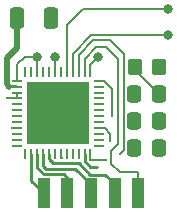
<source format=gtl>
G04 #@! TF.GenerationSoftware,KiCad,Pcbnew,8.0.1-8.0.1-1~ubuntu22.04.1*
G04 #@! TF.CreationDate,2024-05-09T18:35:13+02:00*
G04 #@! TF.ProjectId,FCK_SM-028_V1.3,46434b5f-534d-42d3-9032-385f56312e33,rev?*
G04 #@! TF.SameCoordinates,Original*
G04 #@! TF.FileFunction,Copper,L1,Top*
G04 #@! TF.FilePolarity,Positive*
%FSLAX46Y46*%
G04 Gerber Fmt 4.6, Leading zero omitted, Abs format (unit mm)*
G04 Created by KiCad (PCBNEW 8.0.1-8.0.1-1~ubuntu22.04.1) date 2024-05-09 18:35:13*
%MOMM*%
%LPD*%
G01*
G04 APERTURE LIST*
G04 Aperture macros list*
%AMRoundRect*
0 Rectangle with rounded corners*
0 $1 Rounding radius*
0 $2 $3 $4 $5 $6 $7 $8 $9 X,Y pos of 4 corners*
0 Add a 4 corners polygon primitive as box body*
4,1,4,$2,$3,$4,$5,$6,$7,$8,$9,$2,$3,0*
0 Add four circle primitives for the rounded corners*
1,1,$1+$1,$2,$3*
1,1,$1+$1,$4,$5*
1,1,$1+$1,$6,$7*
1,1,$1+$1,$8,$9*
0 Add four rect primitives between the rounded corners*
20,1,$1+$1,$2,$3,$4,$5,0*
20,1,$1+$1,$4,$5,$6,$7,0*
20,1,$1+$1,$6,$7,$8,$9,0*
20,1,$1+$1,$8,$9,$2,$3,0*%
G04 Aperture macros list end*
G04 #@! TA.AperFunction,SMDPad,CuDef*
%ADD10RoundRect,0.250000X-0.337500X-0.475000X0.337500X-0.475000X0.337500X0.475000X-0.337500X0.475000X0*%
G04 #@! TD*
G04 #@! TA.AperFunction,SMDPad,CuDef*
%ADD11RoundRect,0.062500X-0.337500X-0.062500X0.337500X-0.062500X0.337500X0.062500X-0.337500X0.062500X0*%
G04 #@! TD*
G04 #@! TA.AperFunction,SMDPad,CuDef*
%ADD12RoundRect,0.062500X-0.062500X-0.337500X0.062500X-0.337500X0.062500X0.337500X-0.062500X0.337500X0*%
G04 #@! TD*
G04 #@! TA.AperFunction,SMDPad,CuDef*
%ADD13R,5.300000X5.300000*%
G04 #@! TD*
G04 #@! TA.AperFunction,SMDPad,CuDef*
%ADD14R,1.000000X2.500000*%
G04 #@! TD*
G04 #@! TA.AperFunction,SMDPad,CuDef*
%ADD15RoundRect,0.250000X-0.350000X-0.450000X0.350000X-0.450000X0.350000X0.450000X-0.350000X0.450000X0*%
G04 #@! TD*
G04 #@! TA.AperFunction,SMDPad,CuDef*
%ADD16RoundRect,0.250000X0.350000X0.650000X-0.350000X0.650000X-0.350000X-0.650000X0.350000X-0.650000X0*%
G04 #@! TD*
G04 #@! TA.AperFunction,SMDPad,CuDef*
%ADD17RoundRect,0.250000X0.337500X0.475000X-0.337500X0.475000X-0.337500X-0.475000X0.337500X-0.475000X0*%
G04 #@! TD*
G04 #@! TA.AperFunction,ViaPad*
%ADD18C,0.250000*%
G04 #@! TD*
G04 #@! TA.AperFunction,ViaPad*
%ADD19C,0.800000*%
G04 #@! TD*
G04 #@! TA.AperFunction,Conductor*
%ADD20C,0.200000*%
G04 #@! TD*
G04 #@! TA.AperFunction,Conductor*
%ADD21C,0.250000*%
G04 #@! TD*
G04 #@! TA.AperFunction,Conductor*
%ADD22C,0.500000*%
G04 #@! TD*
G04 APERTURE END LIST*
D10*
X141052500Y-91650000D03*
X143127500Y-91650000D03*
X141052500Y-96240000D03*
X143127500Y-96240000D03*
D11*
X131150000Y-90530000D03*
X131150000Y-91030000D03*
X131150000Y-91530000D03*
X131150000Y-92030000D03*
X131150000Y-92530000D03*
X131150000Y-93030000D03*
X131150000Y-93530000D03*
X131150000Y-94030000D03*
X131150000Y-94530000D03*
X131150000Y-95030000D03*
X131150000Y-95530000D03*
X131150000Y-96030000D03*
D12*
X131850000Y-96730000D03*
X132350000Y-96730000D03*
X132850000Y-96730000D03*
X133350000Y-96730000D03*
X133850000Y-96730000D03*
X134350000Y-96730000D03*
X134850000Y-96730000D03*
X135350000Y-96730000D03*
X135850000Y-96730000D03*
X136350000Y-96730000D03*
X136850000Y-96730000D03*
X137350000Y-96730000D03*
D11*
X138050000Y-96030000D03*
X138050000Y-95530000D03*
X138050000Y-95030000D03*
X138050000Y-94530000D03*
X138050000Y-94030000D03*
X138050000Y-93530000D03*
X138050000Y-93030000D03*
X138050000Y-92530000D03*
X138050000Y-92030000D03*
X138050000Y-91530000D03*
X138050000Y-91030000D03*
X138050000Y-90530000D03*
D12*
X137350000Y-89830000D03*
X136850000Y-89830000D03*
X136350000Y-89830000D03*
X135850000Y-89830000D03*
X135350000Y-89830000D03*
X134850000Y-89830000D03*
X134350000Y-89830000D03*
X133850000Y-89830000D03*
X133350000Y-89830000D03*
X132850000Y-89830000D03*
X132350000Y-89830000D03*
X131850000Y-89830000D03*
D13*
X134600000Y-93280000D03*
D14*
X137400000Y-100050000D03*
X141400000Y-100050000D03*
X133400000Y-100050000D03*
X139400000Y-100050000D03*
D15*
X141120000Y-89410000D03*
X143120000Y-89410000D03*
D16*
X134050000Y-85250000D03*
X131150000Y-85250000D03*
D14*
X135400000Y-100050000D03*
D17*
X143127500Y-93940000D03*
X141052500Y-93940000D03*
D18*
X134900000Y-97100000D03*
X135500000Y-95280000D03*
X134600000Y-94280000D03*
X132700000Y-92380000D03*
X133600000Y-92380000D03*
X135500000Y-92380000D03*
X137900000Y-97810000D03*
X133600000Y-94280000D03*
X134600000Y-95280000D03*
X132700000Y-94280000D03*
X136400000Y-92380000D03*
X135500000Y-93280000D03*
X136400000Y-93280000D03*
X133600000Y-95280000D03*
X133600000Y-91380000D03*
X134600000Y-92380000D03*
X132700000Y-93280000D03*
X133600000Y-93280000D03*
X134600000Y-91380000D03*
X135500000Y-91380000D03*
X135500000Y-94280000D03*
X136400000Y-94280000D03*
D19*
X141052500Y-91650000D03*
D18*
X134600000Y-93280000D03*
X134600000Y-93280000D03*
D19*
X141052500Y-93940000D03*
X141052500Y-96240000D03*
D18*
X134600000Y-93280000D03*
X130700000Y-94530000D03*
D19*
X141120000Y-89410000D03*
D18*
X130250000Y-92030000D03*
D19*
X143120000Y-89410000D03*
X134350000Y-88490000D03*
X132840000Y-88490000D03*
X138020000Y-88490000D03*
X143127500Y-93940000D03*
X143127500Y-96240000D03*
X143910000Y-84490000D03*
X143940000Y-86680000D03*
D18*
X138640000Y-97240000D03*
X139040000Y-95660000D03*
X139160000Y-93500000D03*
X139820000Y-96760000D03*
D20*
X141120000Y-89410000D02*
X141120000Y-89642500D01*
X141120000Y-89642500D02*
X143127500Y-91650000D01*
X137350000Y-89160000D02*
X138020000Y-88490000D01*
X132850000Y-89830000D02*
X132850000Y-88500000D01*
X131150000Y-90530000D02*
X131150000Y-89150000D01*
X131810000Y-88490000D02*
X132840000Y-88490000D01*
X132850000Y-88500000D02*
X132840000Y-88490000D01*
X134350000Y-89830000D02*
X134350000Y-88490000D01*
X137350000Y-89830000D02*
X137350000Y-89160000D01*
X130250000Y-92030000D02*
X131150000Y-92030000D01*
X131150000Y-89150000D02*
X131810000Y-88490000D01*
X131150000Y-91530000D02*
X131150000Y-92030000D01*
X136690000Y-84490000D02*
X135350000Y-85830000D01*
X143910000Y-84490000D02*
X136690000Y-84490000D01*
X135350000Y-85830000D02*
X135350000Y-89830000D01*
X137434994Y-86680000D02*
X135850000Y-88264994D01*
X135850000Y-88264994D02*
X135850000Y-89830000D01*
X143940000Y-86680000D02*
X137434994Y-86680000D01*
D21*
X136850000Y-96730000D02*
X136850000Y-97350000D01*
X136850000Y-97350000D02*
X137300000Y-97800000D01*
X137300000Y-97800000D02*
X137890000Y-97800000D01*
X132350000Y-96730000D02*
X132350000Y-99000000D01*
X132350000Y-99000000D02*
X133400000Y-100050000D01*
X133390000Y-98430000D02*
X135090000Y-98430000D01*
X132850000Y-96730000D02*
X132850000Y-97890000D01*
X132850000Y-97890000D02*
X133390000Y-98430000D01*
X135090000Y-98430000D02*
X135400000Y-98740000D01*
X135400000Y-98740000D02*
X135400000Y-100050000D01*
D20*
X139820000Y-98260000D02*
X139110489Y-97550489D01*
X139689511Y-95885495D02*
X139689511Y-88689511D01*
X137860741Y-87660000D02*
X136850000Y-88670741D01*
X141400000Y-100050000D02*
X141400000Y-98260000D01*
X138660000Y-87660000D02*
X137860741Y-87660000D01*
X136850000Y-88670741D02*
X136850000Y-89830000D01*
X139110489Y-96464517D02*
X139689511Y-95885495D01*
X141400000Y-98260000D02*
X139820000Y-98260000D01*
X139689511Y-88689511D02*
X138660000Y-87660000D01*
X139110489Y-97550489D02*
X139110489Y-96464517D01*
D21*
X133350000Y-97730000D02*
X133350000Y-96730000D01*
X137400000Y-100050000D02*
X137400000Y-99300000D01*
X137400000Y-99300000D02*
X136080480Y-97980480D01*
X136080480Y-97980480D02*
X133600480Y-97980480D01*
X133600480Y-97980480D02*
X133350000Y-97730000D01*
D20*
X137350000Y-97240000D02*
X138640000Y-97240000D01*
X137350000Y-96730000D02*
X137350000Y-97240000D01*
D21*
X139400000Y-100050000D02*
X139400000Y-99300000D01*
X139400000Y-99300000D02*
X138575489Y-98475489D01*
X138575489Y-98475489D02*
X137305489Y-98475489D01*
X136365471Y-97530960D02*
X136365471Y-97535471D01*
X134203632Y-97530960D02*
X136365471Y-97530960D01*
X136365471Y-97535471D02*
X137305489Y-98475489D01*
X133850000Y-97177328D02*
X134203632Y-97530960D01*
X139400000Y-99180000D02*
X139400000Y-100050000D01*
X133850000Y-96730000D02*
X133850000Y-97177328D01*
D20*
X138050000Y-94530000D02*
X138549022Y-94530000D01*
X139040000Y-95020978D02*
X138549022Y-94530000D01*
X139040000Y-95660000D02*
X139040000Y-95020978D01*
X138461973Y-90530000D02*
X139160000Y-91228027D01*
X138050000Y-90530000D02*
X138461973Y-90530000D01*
X139160000Y-91228027D02*
X139160000Y-93500000D01*
X137580000Y-87100000D02*
X138990000Y-87100000D01*
X138990000Y-87100000D02*
X140165480Y-88275480D01*
X136350000Y-88330000D02*
X137580000Y-87100000D01*
X136350000Y-89830000D02*
X136350000Y-88330000D01*
X140165480Y-96414520D02*
X139820000Y-96760000D01*
X140165480Y-88275480D02*
X140165480Y-96414520D01*
D22*
X130300000Y-90850000D02*
X130490000Y-91040000D01*
X131150000Y-87720000D02*
X130300000Y-88570000D01*
D20*
X130510000Y-91020000D02*
X130490000Y-91040000D01*
X131150000Y-91030000D02*
X131160000Y-91020000D01*
D22*
X130300000Y-88570000D02*
X130300000Y-90850000D01*
X131150000Y-85250000D02*
X131150000Y-87720000D01*
D20*
X131160000Y-91020000D02*
X130510000Y-91020000D01*
M02*

</source>
